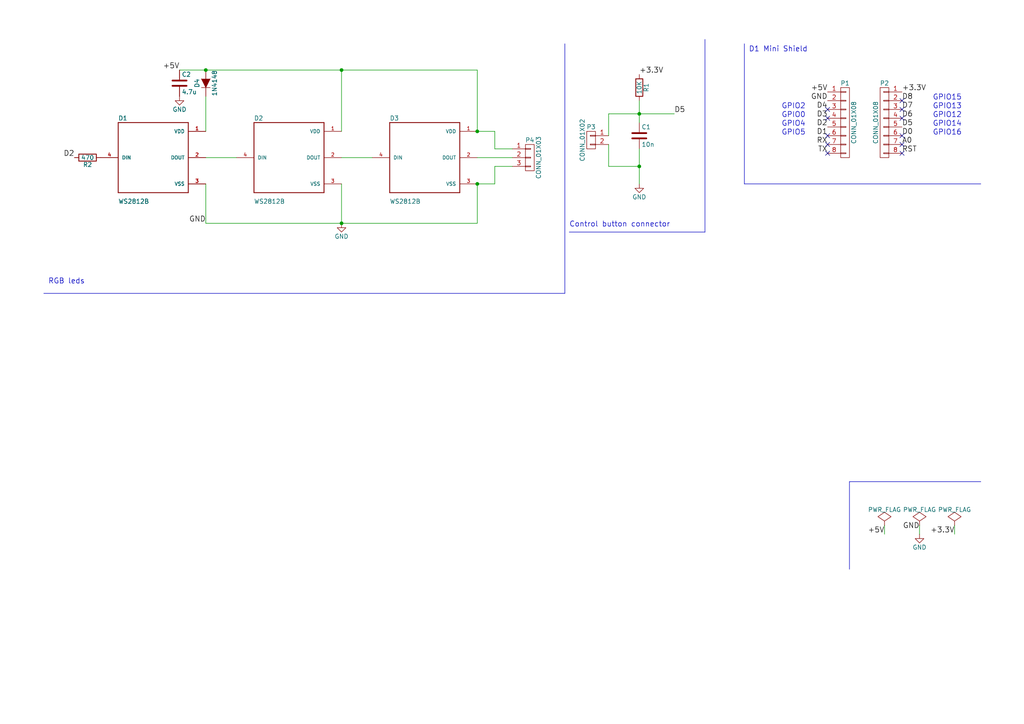
<source format=kicad_sch>
(kicad_sch (version 20230121) (generator eeschema)
  (paper "A4")
  (title_block (title "SweetTime") (date "2016-06-27") (rev "2.0") (company "Galilabs") (comment 1 "Fablab Lannion") (comment 2 "http://u.dinask.eu/trender"))
  (lib_symbols
    (symbol "WS2812B:WS2812B" (pin_names (offset 1.016))
      (property "Reference" "D" (at -10.16 11.43 0))
      (property "Value" "WS2812B" (at -10.16 -12.7 0))
      (symbol "WS2812B_0_0"
        (polyline (pts (xy -10.16 -10.16) (xy -10.16 10.16)) (stroke (width 0.254)))
        (polyline (pts (xy -10.16 10.16) (xy 10.16 10.16)) (stroke (width 0.254)))
        (polyline (pts (xy 10.16 -10.16) (xy -10.16 -10.16)) (stroke (width 0.254)))
        (polyline (pts (xy 10.16 10.16) (xy 10.16 -10.16)) (stroke (width 0.254)))
        (pin input line (at 15.24 7.62 180) (length 5.08) (name "VDD") (number "1"))
        (pin output line (at 15.24 0 180) (length 5.08) (name "DOUT") (number "2"))
        (pin passive line (at 15.24 -7.62 180) (length 5.08) (name "VSS") (number "3"))
        (pin input line (at -15.24 0 0) (length 5.08) (name "DIN") (number "4"))
      )
    )
    (symbol "hardware-rescue:C" (pin_numbers hide) (pin_names (offset 0.254))
      (property "Reference" "C" (at 0.635 2.54 0))
      (property "Value" "C" (at 0.635 -2.54 0))
      (symbol "C_0_1"
        (polyline (pts (xy -2.032 -0.762) (xy 2.032 -0.762)) (stroke (width 0.508)))
        (polyline (pts (xy -2.032 0.762) (xy 2.032 0.762)) (stroke (width 0.508)))
      )
      (symbol "C_1_1"
        (pin passive line (at 0 3.81 270) (length 2.794) (name "~") (number "1"))
        (pin passive line (at 0 -3.81 90) (length 2.794) (name "~") (number "2"))
      )
    )
    (symbol "hardware-rescue:CONN_01X02" (pin_names (offset 1.016) hide)
      (property "Reference" "P" (at 0 3.81 0))
      (property "Value" "CONN_01X02" (at 2.54 0 90))
      (symbol "CONN_01X02_0_1"
        (rectangle (start -1.27 -1.143) (end 0.254 -1.397))
        (rectangle (start -1.27 1.397) (end 0.254 1.143))
        (rectangle (start -1.27 2.54) (end 1.27 -2.54))
      )
      (symbol "CONN_01X02_1_1"
        (pin passive line (at -5.08 1.27 0) (length 3.81) (name "P1") (number "1"))
        (pin passive line (at -5.08 -1.27 0) (length 3.81) (name "P2") (number "2"))
      )
    )
    (symbol "hardware-rescue:CONN_01X03" (pin_names (offset 1.016) hide)
      (property "Reference" "P" (at 0 5.08 0))
      (property "Value" "CONN_01X03" (at 2.54 0 90))
      (symbol "CONN_01X03_0_1"
        (rectangle (start -1.27 -2.413) (end 0.254 -2.667))
        (rectangle (start -1.27 0.127) (end 0.254 -0.127))
        (rectangle (start -1.27 2.667) (end 0.254 2.413))
        (rectangle (start -1.27 3.81) (end 1.27 -3.81))
      )
      (symbol "CONN_01X03_1_1"
        (pin passive line (at -5.08 2.54 0) (length 3.81) (name "P1") (number "1"))
        (pin passive line (at -5.08 0 0) (length 3.81) (name "P2") (number "2"))
        (pin passive line (at -5.08 -2.54 0) (length 3.81) (name "P3") (number "3"))
      )
    )
    (symbol "hardware-rescue:CONN_01X08" (pin_names (offset 1.016) hide)
      (property "Reference" "P" (at 0 11.43 0))
      (property "Value" "CONN_01X08" (at 2.54 0 90))
      (symbol "CONN_01X08_0_1"
        (rectangle (start -1.27 -10.16) (end 1.27 10.16))
        (rectangle (start -1.27 -8.763) (end 0.254 -9.017))
        (rectangle (start -1.27 -6.223) (end 0.254 -6.477))
        (rectangle (start -1.27 -3.683) (end 0.254 -3.937))
        (rectangle (start -1.27 -1.143) (end 0.254 -1.397))
        (rectangle (start -1.27 1.397) (end 0.254 1.143))
        (rectangle (start -1.27 3.937) (end 0.254 3.683))
        (rectangle (start -1.27 6.477) (end 0.254 6.223))
        (rectangle (start -1.27 9.017) (end 0.254 8.763))
      )
      (symbol "CONN_01X08_1_1"
        (pin passive line (at -5.08 8.89 0) (length 3.81) (name "P1") (number "1"))
        (pin passive line (at -5.08 6.35 0) (length 3.81) (name "P2") (number "2"))
        (pin passive line (at -5.08 3.81 0) (length 3.81) (name "P3") (number "3"))
        (pin passive line (at -5.08 1.27 0) (length 3.81) (name "P4") (number "4"))
        (pin passive line (at -5.08 -1.27 0) (length 3.81) (name "P5") (number "5"))
        (pin passive line (at -5.08 -3.81 0) (length 3.81) (name "P6") (number "6"))
        (pin passive line (at -5.08 -6.35 0) (length 3.81) (name "P7") (number "7"))
        (pin passive line (at -5.08 -8.89 0) (length 3.81) (name "P8") (number "8"))
      )
    )
    (symbol "hardware-rescue:D" (pin_numbers hide) (pin_names (offset 1.016) hide)
      (property "Reference" "D" (at 0 2.54 0))
      (property "Value" "D" (at 0 -2.54 0))
      (symbol "D_0_1"
        (polyline (pts (xy -1.27 1.27) (xy -1.27 -1.27)) (stroke (width 0.1524)))
        (polyline (pts (xy 1.27 1.27) (xy -1.27 0) (xy 1.27 -1.27)) (fill (type outline)))
      )
      (symbol "D_1_1"
        (pin passive line (at -3.81 0 0) (length 2.54) (name "K") (number "1"))
        (pin passive line (at 3.81 0 180) (length 2.54) (name "A") (number "2"))
      )
    )
    (symbol "hardware-rescue:GND" (power) (pin_names (offset 0))
      (property "Value" "GND" (at 0 -3.81 0))
      (symbol "GND_0_1"
        (polyline (pts (xy 0 0) (xy 0 -1.27) (xy 1.27 -1.27) (xy 0 -2.54) (xy -1.27 -1.27) (xy 0 -1.27)))
      )
      (symbol "GND_1_1"
        (pin power_in line (at 0 0 270) (length 0) hide (name "GND") (number "1"))
      )
    )
    (symbol "hardware-rescue:PWR_FLAG" (power) (pin_numbers hide) (pin_names (offset 0) hide)
      (property "Value" "PWR_FLAG" (at 0 4.572 0))
      (symbol "PWR_FLAG_0_0"
        (pin power_out line (at 0 0 90) (length 0) (name "pwr") (number "1"))
      )
      (symbol "PWR_FLAG_0_1"
        (polyline (pts (xy 0 0) (xy 0 1.27) (xy -1.905 2.54) (xy 0 3.81) (xy 1.905 2.54) (xy 0 1.27)))
      )
    )
    (symbol "hardware-rescue:R" (pin_numbers hide) (pin_names (offset 0))
      (property "Reference" "R" (at 2.032 0 90))
      (property "Value" "R" (at 0 0 90))
      (symbol "R_0_1"
        (rectangle (start -1.016 -2.54) (end 1.016 2.54) (stroke (width 0.254)))
      )
      (symbol "R_1_1"
        (pin passive line (at 0 3.81 270) (length 1.27) (name "~") (number "1"))
        (pin passive line (at 0 -3.81 90) (length 1.27) (name "~") (number "2"))
      )
    )
  )
  (junction (at 59.69 20.32))
  (junction (at 185.42 48.26))
  (junction (at 99.06 64.77))
  (junction (at 138.43 53.34))
  (junction (at 99.06 20.32))
  (junction (at 185.42 33.02))
  (junction (at 138.43 38.1))
  (no_connect (at 240.03 44.45))
  (no_connect (at 240.03 31.75))
  (no_connect (at 261.62 29.21))
  (no_connect (at 261.62 39.37))
  (no_connect (at 261.62 34.29))
  (no_connect (at 240.03 34.29))
  (no_connect (at 261.62 44.45))
  (no_connect (at 240.03 39.37))
  (no_connect (at 240.03 41.91))
  (no_connect (at 261.62 31.75))
  (no_connect (at 261.62 41.91))
  (polyline (pts (xy 215.9 53.34) (xy 284.48 53.34)))
  (wire (pts (xy 99.06 64.77) (xy 99.06 53.34)))
  (wire (pts (xy 59.69 38.1) (xy 59.69 27.94)))
  (polyline (pts (xy 163.83 85.09) (xy 163.83 12.7)))
  (wire (pts (xy 143.51 43.18) (xy 148.59 43.18)))
  (wire (pts (xy 185.42 33.02) (xy 185.42 35.56)))
  (wire (pts (xy 59.69 53.34) (xy 59.69 64.77)))
  (wire (pts (xy 138.43 20.32) (xy 138.43 38.1)))
  (wire (pts (xy 185.42 33.02) (xy 195.58 33.02)))
  (polyline (pts (xy 215.9 12.7) (xy 215.9 53.34)))
  (wire (pts (xy 256.54 152.4) (xy 256.54 154.94)))
  (wire (pts (xy 143.51 48.26) (xy 148.59 48.26)))
  (wire (pts (xy 99.06 45.72) (xy 107.95 45.72)))
  (polyline (pts (xy 246.38 139.7) (xy 284.48 139.7)))
  (wire (pts (xy 276.86 152.4) (xy 276.86 154.94)))
  (wire (pts (xy 176.53 33.02) (xy 185.42 33.02)))
  (wire (pts (xy 59.69 20.32) (xy 99.06 20.32)))
  (wire (pts (xy 143.51 38.1) (xy 143.51 43.18)))
  (wire (pts (xy 52.07 20.32) (xy 59.69 20.32)))
  (wire (pts (xy 138.43 53.34) (xy 143.51 53.34)))
  (polyline (pts (xy 204.47 67.31) (xy 204.47 11.43)))
  (wire (pts (xy 143.51 53.34) (xy 143.51 48.26)))
  (wire (pts (xy 59.69 45.72) (xy 68.58 45.72)))
  (wire (pts (xy 59.69 64.77) (xy 99.06 64.77)))
  (wire (pts (xy 176.53 33.02) (xy 176.53 39.37)))
  (polyline (pts (xy 12.7 85.09) (xy 163.83 85.09)))
  (wire (pts (xy 185.42 48.26) (xy 176.53 48.26)))
  (wire (pts (xy 138.43 45.72) (xy 148.59 45.72)))
  (wire (pts (xy 99.06 20.32) (xy 138.43 20.32)))
  (wire (pts (xy 99.06 64.77) (xy 138.43 64.77)))
  (wire (pts (xy 138.43 38.1) (xy 143.51 38.1)))
  (wire (pts (xy 138.43 64.77) (xy 138.43 53.34)))
  (wire (pts (xy 185.42 48.26) (xy 185.42 53.34)))
  (wire (pts (xy 185.42 29.21) (xy 185.42 33.02)))
  (polyline (pts (xy 165.1 67.31) (xy 204.47 67.31)))
  (wire (pts (xy 99.06 20.32) (xy 99.06 38.1)))
  (wire (pts (xy 185.42 43.18) (xy 185.42 48.26)))
  (wire (pts (xy 176.53 48.26) (xy 176.53 41.91)))
  (wire (pts (xy 266.7 152.4) (xy 266.7 154.94)))
  (polyline (pts (xy 246.38 165.1) (xy 246.38 139.7)))
  (text "D1 Mini Shield" (at 217.17 15.24 0) (effects (font (size 1.524 1.524)) (justify left bottom)))
  (text "GPIO12" (at 270.51 34.29 0) (effects (font (size 1.524 1.524)) (justify left bottom)))
  (text "Control button connector" (at 165.1 66.04 0) (effects (font (size 1.524 1.524)) (justify left bottom)))
  (text "GPIO2" (at 233.68 31.75 0) (effects (font (size 1.524 1.524)) (justify right bottom)))
  (text "GPIO4" (at 233.68 36.83 0) (effects (font (size 1.524 1.524)) (justify right bottom)))
  (text "GPIO5" (at 233.68 39.37 0) (effects (font (size 1.524 1.524)) (justify right bottom)))
  (text "RGB leds" (at 13.97 82.55 0) (effects (font (size 1.524 1.524)) (justify left bottom)))
  (text "GPIO16" (at 270.51 39.37 0) (effects (font (size 1.524 1.524)) (justify left bottom)))
  (text "GPIO0" (at 233.68 34.29 0) (effects (font (size 1.524 1.524)) (justify right bottom)))
  (text "GPIO15" (at 270.51 29.21 0) (effects (font (size 1.524 1.524)) (justify left bottom)))
  (text "GPIO13" (at 270.51 31.75 0) (effects (font (size 1.524 1.524)) (justify left bottom)))
  (text "GPIO14" (at 270.51 36.83 0) (effects (font (size 1.524 1.524)) (justify left bottom)))
  (label "D0" (at 261.62 39.37 0) (effects (font (size 1.524 1.524))))
  (label "A0" (at 261.62 41.91 0) (effects (font (size 1.524 1.524))))
  (label "+5V" (at 256.54 154.94 180) (effects (font (size 1.524 1.524))))
  (label "TX" (at 240.03 44.45 180) (effects (font (size 1.524 1.524))))
  (label "D1" (at 240.03 39.37 180) (effects (font (size 1.524 1.524))))
  (label "D6" (at 261.62 34.29 0) (effects (font (size 1.524 1.524))))
  (label "+3.3V" (at 185.42 21.59 0) (effects (font (size 1.524 1.524))))
  (label "D2" (at 240.03 36.83 180) (effects (font (size 1.524 1.524))))
  (label "+5V" (at 240.03 26.67 180) (effects (font (size 1.524 1.524))))
  (label "D5" (at 195.58 33.02 0) (effects (font (size 1.524 1.524))))
  (label "RX" (at 240.03 41.91 180) (effects (font (size 1.524 1.524))))
  (label "GND" (at 266.7 153.67 180) (effects (font (size 1.524 1.524))))
  (label "GND" (at 59.69 64.77 180) (effects (font (size 1.524 1.524))))
  (label "D4" (at 240.03 31.75 180) (effects (font (size 1.524 1.524))))
  (label "D3" (at 240.03 34.29 180) (effects (font (size 1.524 1.524))))
  (label "D8" (at 261.62 29.21 0) (effects (font (size 1.524 1.524))))
  (label "GND" (at 240.03 29.21 180) (effects (font (size 1.524 1.524))))
  (label "+3.3V" (at 276.86 154.94 180) (effects (font (size 1.524 1.524))))
  (label "D5" (at 261.62 36.83 0) (effects (font (size 1.524 1.524))))
  (label "D7" (at 261.62 31.75 0) (effects (font (size 1.524 1.524))))
  (label "+3.3V" (at 261.62 26.67 0) (effects (font (size 1.524 1.524))))
  (label "+5V" (at 52.07 20.32 180) (effects (font (size 1.524 1.524))))
  (label "D2" (at 21.59 45.72 180) (effects (font (size 1.524 1.524))))
  (label "RST" (at 261.62 44.45 0) (effects (font (size 1.524 1.524))))
  (symbol (lib_id "hardware-rescue:CONN_01X08") (at 245.11 35.56 0) (unit 1)
    (property "Reference" "P1" (at 245.11 24.13 0))
    (property "Value" "CONN_01X08" (at 247.65 35.56 90))
    (property "Footprint" "D1_mini:D1_mini_Pin_Header" (effects hide))
  )
  (symbol (lib_id "hardware-rescue:CONN_01X08") (at 256.54 35.56 0) (mirror y) (unit 1)
    (property "Reference" "P2" (at 256.54 24.13 0))
    (property "Value" "CONN_01X08" (at 254 35.56 90))
    (property "Footprint" "D1_mini:D1_mini_Pin_Header" (effects hide))
  )
  (symbol (lib_id "WS2812B:WS2812B") (at 44.45 45.72 0) (unit 1)
    (property "Reference" "D1" (at 34.29 34.29 0) (effects (justify left)))
    (property "Value" "WS2812B" (at 34.29 58.42 0) (effects (justify left)))
    (property "Footprint" "WS2812B:LED_WS2812B" (effects hide))
  )
  (symbol (lib_id "WS2812B:WS2812B") (at 83.82 45.72 0) (unit 1)
    (property "Reference" "D2" (at 73.66 34.29 0) (effects (justify left)))
    (property "Value" "WS2812B" (at 73.66 58.42 0) (effects (justify left)))
    (property "Footprint" "WS2812B:LED_WS2812B" (effects hide))
  )
  (symbol (lib_id "WS2812B:WS2812B") (at 123.19 45.72 0) (unit 1)
    (property "Reference" "D3" (at 113.03 34.29 0) (effects (justify left)))
    (property "Value" "WS2812B" (at 113.03 58.42 0) (effects (justify left)))
    (property "Footprint" "WS2812B:LED_WS2812B" (effects hide))
  )
  (symbol (lib_id "hardware-rescue:D") (at 59.69 24.13 90) (unit 1)
    (property "Reference" "D4" (at 57.15 24.13 0))
    (property "Value" "1N4148" (at 62.23 24.13 0))
    (property "Footprint" "Diodes_SMD:MiniMELF_Standard" (effects hide))
  )
  (symbol (lib_id "hardware-rescue:R") (at 185.42 25.4 0) (unit 1)
    (property "Reference" "R1" (at 187.452 25.4 90))
    (property "Value" "10K" (at 185.42 25.4 90))
    (property "Footprint" "Resistors_SMD:R_0402" (effects hide))
  )
  (symbol (lib_id "hardware-rescue:C") (at 185.42 39.37 0) (unit 1)
    (property "Reference" "C1" (at 186.055 36.83 0) (effects (justify left)))
    (property "Value" "10n" (at 186.055 41.91 0) (effects (justify left)))
    (property "Footprint" "Capacitors_SMD:C_0402" (effects hide))
  )
  (symbol (lib_id "hardware-rescue:GND") (at 266.7 154.94 0) (unit 1)
    (property "Reference" "#PWR01" (effects hide))
    (property "Value" "GND" (at 266.7 158.75 0))
  )
  (symbol (lib_id "hardware-rescue:PWR_FLAG") (at 266.7 152.4 0) (unit 1)
    (property "Reference" "#FLG02" (effects hide))
    (property "Value" "PWR_FLAG" (at 266.7 147.828 0))
  )
  (symbol (lib_id "hardware-rescue:PWR_FLAG") (at 276.86 152.4 0) (unit 1)
    (property "Reference" "#FLG03" (effects hide))
    (property "Value" "PWR_FLAG" (at 276.86 147.828 0))
  )
  (symbol (lib_id "hardware-rescue:PWR_FLAG") (at 256.54 152.4 0) (unit 1)
    (property "Reference" "#FLG04" (effects hide))
    (property "Value" "PWR_FLAG" (at 256.54 147.828 0))
  )
  (symbol (lib_id "hardware-rescue:GND") (at 185.42 53.34 0) (unit 1)
    (property "Reference" "#PWR05" (effects hide))
    (property "Value" "GND" (at 185.42 57.15 0))
  )
  (symbol (lib_id "hardware-rescue:GND") (at 99.06 64.77 0) (unit 1)
    (property "Reference" "#PWR06" (effects hide))
    (property "Value" "GND" (at 99.06 68.58 0))
  )
  (symbol (lib_id "hardware-rescue:CONN_01X02") (at 171.45 40.64 0) (mirror y) (unit 1)
    (property "Reference" "P3" (at 171.45 36.83 0))
    (property "Value" "CONN_01X02" (at 168.91 40.64 90))
    (property "Footprint" "Connect:PINHEAD1-2" (effects hide))
  )
  (symbol (lib_id "hardware-rescue:R") (at 25.4 45.72 270) (unit 1)
    (property "Reference" "R2" (at 25.4 47.752 90))
    (property "Value" "470" (at 25.4 45.72 90))
    (property "Footprint" "Resistors_SMD:R_0402" (effects hide))
  )
  (symbol (lib_id "hardware-rescue:C") (at 52.07 24.13 0) (unit 1)
    (property "Reference" "C2" (at 52.705 21.59 0) (effects (justify left)))
    (property "Value" "4.7u" (at 52.705 26.67 0) (effects (justify left)))
    (property "Footprint" "Capacitors_SMD:C_0402" (effects hide))
  )
  (symbol (lib_id "hardware-rescue:GND") (at 52.07 27.94 0) (unit 1)
    (property "Reference" "#PWR07" (effects hide))
    (property "Value" "GND" (at 52.07 31.75 0))
  )
  (symbol (lib_id "hardware-rescue:CONN_01X03") (at 153.67 45.72 0) (unit 1)
    (property "Reference" "P4" (at 153.67 40.64 0))
    (property "Value" "CONN_01X03" (at 156.21 45.72 90))
    (property "Footprint" "Connect:PINHEAD1-3" (effects hide))
  )
)
</source>
